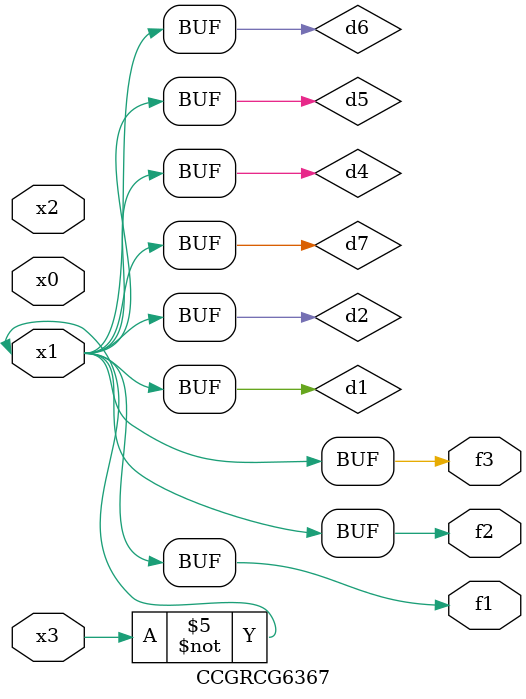
<source format=v>
module CCGRCG6367(
	input x0, x1, x2, x3,
	output f1, f2, f3
);

	wire d1, d2, d3, d4, d5, d6, d7;

	not (d1, x3);
	buf (d2, x1);
	xnor (d3, d1, d2);
	nor (d4, d1);
	buf (d5, d1, d2);
	buf (d6, d4, d5);
	nand (d7, d4);
	assign f1 = d6;
	assign f2 = d7;
	assign f3 = d6;
endmodule

</source>
